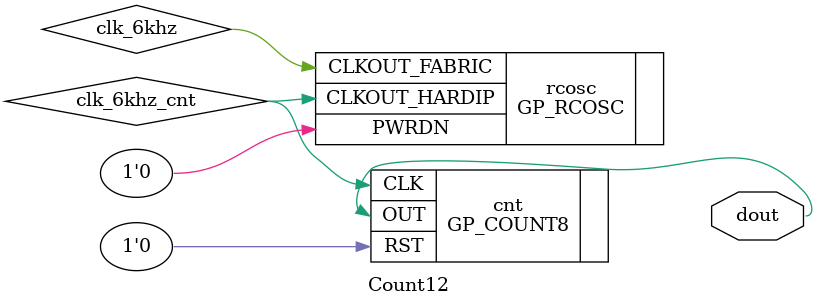
<source format=v>
/***********************************************************************************************************************
 * Copyright (C) 2016 Andrew Zonenberg and contributors                                                                *
 *                                                                                                                     *
 * This program is free software; you can redistribute it and/or modify it under the terms of the GNU Lesser General   *
 * Public License as published by the Free Software Foundation; either version 2.1 of the License, or (at your option) *
 * any later version.                                                                                                  *
 *                                                                                                                     *
 * This program is distributed in the hope that it will be useful, but WITHOUT ANY WARRANTY; without even the implied  *
 * warranty of MERCHANTABILITY or FITNESS FOR A PARTICULAR PURPOSE.  See the GNU Lesser General Public License for     *
 * more details.                                                                                                       *
 *                                                                                                                     *
 * You should have received a copy of the GNU Lesser General Public License along with this program; if not, you may   *
 * find one here:                                                                                                      *
 * https://www.gnu.org/licenses/old-licenses/lgpl-2.1.txt                                                              *
 * or you may search the http://www.gnu.org website for the version 2.1 license, or you may write to the Free Software *
 * Foundation, Inc., 51 Franklin Street, Fifth Floor, Boston, MA  02110-1301, USA                                      *
 **********************************************************************************************************************/

`default_nettype none

/**
	OUTPUTS:
		TODO

	TEST PROCEDURE:
		TODO
 */
module Count12(dout);

	////////////////////////////////////////////////////////////////////////////////////////////////////////////////////
	// I/O declarations

	(* LOC = "P20" *)
	output wire dout;

	////////////////////////////////////////////////////////////////////////////////////////////////////////////////////
	// Oscillators

	//The 25 kHz RC oscillator
	wire clk_6khz_cnt;			//dedicated output to hard IP only
	wire clk_6khz;				//general fabric output
	GP_RCOSC #(
		.PWRDN_EN(0),
		.AUTO_PWRDN(0),
		.OSC_FREQ("25k"),
		.HARDIP_DIV(4),
		.FABRIC_DIV(1)
	) rcosc (
		.PWRDN(1'b0),
		.CLKOUT_HARDIP(clk_6khz_cnt),
		.CLKOUT_FABRIC(clk_6khz)
	);

	////////////////////////////////////////////////////////////////////////////////////////////////////////////////////
	// A counter with a pre-divider of 12

	GP_COUNT8 #(
		.RESET_MODE("LEVEL"),
		.COUNT_TO(12),
		.CLKIN_DIVIDE(12)
	) cnt (
		.CLK(clk_6khz_cnt),
		.RST(1'b0),
		.OUT(dout)
	);

endmodule

</source>
